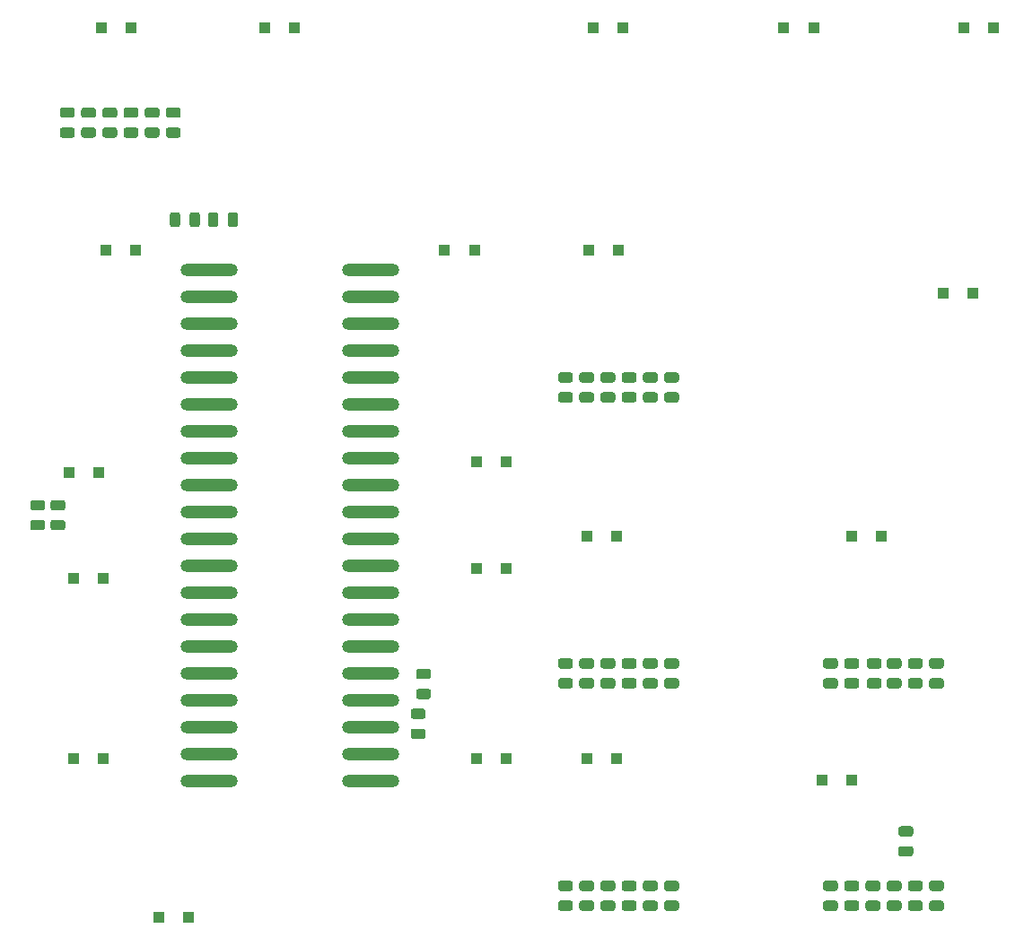
<source format=gbr>
G04 #@! TF.GenerationSoftware,KiCad,Pcbnew,(5.1.6)-1*
G04 #@! TF.CreationDate,2021-01-19T20:21:15+00:00*
G04 #@! TF.ProjectId,scope_user_interface,73636f70-655f-4757-9365-725f696e7465,rev?*
G04 #@! TF.SameCoordinates,Original*
G04 #@! TF.FileFunction,Paste,Bot*
G04 #@! TF.FilePolarity,Positive*
%FSLAX46Y46*%
G04 Gerber Fmt 4.6, Leading zero omitted, Abs format (unit mm)*
G04 Created by KiCad (PCBNEW (5.1.6)-1) date 2021-01-19 20:21:15*
%MOMM*%
%LPD*%
G01*
G04 APERTURE LIST*
%ADD10R,1.100000X1.100000*%
%ADD11O,5.400000X1.200000*%
G04 APERTURE END LIST*
G36*
G01*
X151456250Y-141487500D02*
X150543750Y-141487500D01*
G75*
G02*
X150300000Y-141243750I0J243750D01*
G01*
X150300000Y-140756250D01*
G75*
G02*
X150543750Y-140512500I243750J0D01*
G01*
X151456250Y-140512500D01*
G75*
G02*
X151700000Y-140756250I0J-243750D01*
G01*
X151700000Y-141243750D01*
G75*
G02*
X151456250Y-141487500I-243750J0D01*
G01*
G37*
G36*
G01*
X151456250Y-143362500D02*
X150543750Y-143362500D01*
G75*
G02*
X150300000Y-143118750I0J243750D01*
G01*
X150300000Y-142631250D01*
G75*
G02*
X150543750Y-142387500I243750J0D01*
G01*
X151456250Y-142387500D01*
G75*
G02*
X151700000Y-142631250I0J-243750D01*
G01*
X151700000Y-143118750D01*
G75*
G02*
X151456250Y-143362500I-243750J0D01*
G01*
G37*
G36*
G01*
X161456250Y-141487500D02*
X160543750Y-141487500D01*
G75*
G02*
X160300000Y-141243750I0J243750D01*
G01*
X160300000Y-140756250D01*
G75*
G02*
X160543750Y-140512500I243750J0D01*
G01*
X161456250Y-140512500D01*
G75*
G02*
X161700000Y-140756250I0J-243750D01*
G01*
X161700000Y-141243750D01*
G75*
G02*
X161456250Y-141487500I-243750J0D01*
G01*
G37*
G36*
G01*
X161456250Y-143362500D02*
X160543750Y-143362500D01*
G75*
G02*
X160300000Y-143118750I0J243750D01*
G01*
X160300000Y-142631250D01*
G75*
G02*
X160543750Y-142387500I243750J0D01*
G01*
X161456250Y-142387500D01*
G75*
G02*
X161700000Y-142631250I0J-243750D01*
G01*
X161700000Y-143118750D01*
G75*
G02*
X161456250Y-143362500I-243750J0D01*
G01*
G37*
D10*
X155800000Y-108000000D03*
X153000000Y-108000000D03*
X178000000Y-131000000D03*
X175200000Y-131000000D03*
G36*
G01*
X153456250Y-120487500D02*
X152543750Y-120487500D01*
G75*
G02*
X152300000Y-120243750I0J243750D01*
G01*
X152300000Y-119756250D01*
G75*
G02*
X152543750Y-119512500I243750J0D01*
G01*
X153456250Y-119512500D01*
G75*
G02*
X153700000Y-119756250I0J-243750D01*
G01*
X153700000Y-120243750D01*
G75*
G02*
X153456250Y-120487500I-243750J0D01*
G01*
G37*
G36*
G01*
X153456250Y-122362500D02*
X152543750Y-122362500D01*
G75*
G02*
X152300000Y-122118750I0J243750D01*
G01*
X152300000Y-121631250D01*
G75*
G02*
X152543750Y-121387500I243750J0D01*
G01*
X153456250Y-121387500D01*
G75*
G02*
X153700000Y-121631250I0J-243750D01*
G01*
X153700000Y-122118750D01*
G75*
G02*
X153456250Y-122362500I-243750J0D01*
G01*
G37*
G36*
G01*
X151456250Y-120487500D02*
X150543750Y-120487500D01*
G75*
G02*
X150300000Y-120243750I0J243750D01*
G01*
X150300000Y-119756250D01*
G75*
G02*
X150543750Y-119512500I243750J0D01*
G01*
X151456250Y-119512500D01*
G75*
G02*
X151700000Y-119756250I0J-243750D01*
G01*
X151700000Y-120243750D01*
G75*
G02*
X151456250Y-120487500I-243750J0D01*
G01*
G37*
G36*
G01*
X151456250Y-122362500D02*
X150543750Y-122362500D01*
G75*
G02*
X150300000Y-122118750I0J243750D01*
G01*
X150300000Y-121631250D01*
G75*
G02*
X150543750Y-121387500I243750J0D01*
G01*
X151456250Y-121387500D01*
G75*
G02*
X151700000Y-121631250I0J-243750D01*
G01*
X151700000Y-122118750D01*
G75*
G02*
X151456250Y-122362500I-243750J0D01*
G01*
G37*
G36*
G01*
X186456250Y-141487500D02*
X185543750Y-141487500D01*
G75*
G02*
X185300000Y-141243750I0J243750D01*
G01*
X185300000Y-140756250D01*
G75*
G02*
X185543750Y-140512500I243750J0D01*
G01*
X186456250Y-140512500D01*
G75*
G02*
X186700000Y-140756250I0J-243750D01*
G01*
X186700000Y-141243750D01*
G75*
G02*
X186456250Y-141487500I-243750J0D01*
G01*
G37*
G36*
G01*
X186456250Y-143362500D02*
X185543750Y-143362500D01*
G75*
G02*
X185300000Y-143118750I0J243750D01*
G01*
X185300000Y-142631250D01*
G75*
G02*
X185543750Y-142387500I243750J0D01*
G01*
X186456250Y-142387500D01*
G75*
G02*
X186700000Y-142631250I0J-243750D01*
G01*
X186700000Y-143118750D01*
G75*
G02*
X186456250Y-143362500I-243750J0D01*
G01*
G37*
G36*
G01*
X161456250Y-120487500D02*
X160543750Y-120487500D01*
G75*
G02*
X160300000Y-120243750I0J243750D01*
G01*
X160300000Y-119756250D01*
G75*
G02*
X160543750Y-119512500I243750J0D01*
G01*
X161456250Y-119512500D01*
G75*
G02*
X161700000Y-119756250I0J-243750D01*
G01*
X161700000Y-120243750D01*
G75*
G02*
X161456250Y-120487500I-243750J0D01*
G01*
G37*
G36*
G01*
X161456250Y-122362500D02*
X160543750Y-122362500D01*
G75*
G02*
X160300000Y-122118750I0J243750D01*
G01*
X160300000Y-121631250D01*
G75*
G02*
X160543750Y-121387500I243750J0D01*
G01*
X161456250Y-121387500D01*
G75*
G02*
X161700000Y-121631250I0J-243750D01*
G01*
X161700000Y-122118750D01*
G75*
G02*
X161456250Y-122362500I-243750J0D01*
G01*
G37*
G36*
G01*
X138056250Y-121487500D02*
X137143750Y-121487500D01*
G75*
G02*
X136900000Y-121243750I0J243750D01*
G01*
X136900000Y-120756250D01*
G75*
G02*
X137143750Y-120512500I243750J0D01*
G01*
X138056250Y-120512500D01*
G75*
G02*
X138300000Y-120756250I0J-243750D01*
G01*
X138300000Y-121243750D01*
G75*
G02*
X138056250Y-121487500I-243750J0D01*
G01*
G37*
G36*
G01*
X138056250Y-123362500D02*
X137143750Y-123362500D01*
G75*
G02*
X136900000Y-123118750I0J243750D01*
G01*
X136900000Y-122631250D01*
G75*
G02*
X137143750Y-122387500I243750J0D01*
G01*
X138056250Y-122387500D01*
G75*
G02*
X138300000Y-122631250I0J-243750D01*
G01*
X138300000Y-123118750D01*
G75*
G02*
X138056250Y-123362500I-243750J0D01*
G01*
G37*
G36*
G01*
X119150000Y-78556250D02*
X119150000Y-77643750D01*
G75*
G02*
X119393750Y-77400000I243750J0D01*
G01*
X119881250Y-77400000D01*
G75*
G02*
X120125000Y-77643750I0J-243750D01*
G01*
X120125000Y-78556250D01*
G75*
G02*
X119881250Y-78800000I-243750J0D01*
G01*
X119393750Y-78800000D01*
G75*
G02*
X119150000Y-78556250I0J243750D01*
G01*
G37*
G36*
G01*
X117275000Y-78556250D02*
X117275000Y-77643750D01*
G75*
G02*
X117518750Y-77400000I243750J0D01*
G01*
X118006250Y-77400000D01*
G75*
G02*
X118250000Y-77643750I0J-243750D01*
G01*
X118250000Y-78556250D01*
G75*
G02*
X118006250Y-78800000I-243750J0D01*
G01*
X117518750Y-78800000D01*
G75*
G02*
X117275000Y-78556250I0J243750D01*
G01*
G37*
G36*
G01*
X114650000Y-77643750D02*
X114650000Y-78556250D01*
G75*
G02*
X114406250Y-78800000I-243750J0D01*
G01*
X113918750Y-78800000D01*
G75*
G02*
X113675000Y-78556250I0J243750D01*
G01*
X113675000Y-77643750D01*
G75*
G02*
X113918750Y-77400000I243750J0D01*
G01*
X114406250Y-77400000D01*
G75*
G02*
X114650000Y-77643750I0J-243750D01*
G01*
G37*
G36*
G01*
X116525000Y-77643750D02*
X116525000Y-78556250D01*
G75*
G02*
X116281250Y-78800000I-243750J0D01*
G01*
X115793750Y-78800000D01*
G75*
G02*
X115550000Y-78556250I0J243750D01*
G01*
X115550000Y-77643750D01*
G75*
G02*
X115793750Y-77400000I243750J0D01*
G01*
X116281250Y-77400000D01*
G75*
G02*
X116525000Y-77643750I0J-243750D01*
G01*
G37*
G36*
G01*
X183556250Y-136350000D02*
X182643750Y-136350000D01*
G75*
G02*
X182400000Y-136106250I0J243750D01*
G01*
X182400000Y-135618750D01*
G75*
G02*
X182643750Y-135375000I243750J0D01*
G01*
X183556250Y-135375000D01*
G75*
G02*
X183800000Y-135618750I0J-243750D01*
G01*
X183800000Y-136106250D01*
G75*
G02*
X183556250Y-136350000I-243750J0D01*
G01*
G37*
G36*
G01*
X183556250Y-138225000D02*
X182643750Y-138225000D01*
G75*
G02*
X182400000Y-137981250I0J243750D01*
G01*
X182400000Y-137493750D01*
G75*
G02*
X182643750Y-137250000I243750J0D01*
G01*
X183556250Y-137250000D01*
G75*
G02*
X183800000Y-137493750I0J-243750D01*
G01*
X183800000Y-137981250D01*
G75*
G02*
X183556250Y-138225000I-243750J0D01*
G01*
G37*
X110000000Y-60000000D03*
X107200000Y-60000000D03*
X156000000Y-81000000D03*
X153200000Y-81000000D03*
G36*
G01*
X137556250Y-125250000D02*
X136643750Y-125250000D01*
G75*
G02*
X136400000Y-125006250I0J243750D01*
G01*
X136400000Y-124518750D01*
G75*
G02*
X136643750Y-124275000I243750J0D01*
G01*
X137556250Y-124275000D01*
G75*
G02*
X137800000Y-124518750I0J-243750D01*
G01*
X137800000Y-125006250D01*
G75*
G02*
X137556250Y-125250000I-243750J0D01*
G01*
G37*
G36*
G01*
X137556250Y-127125000D02*
X136643750Y-127125000D01*
G75*
G02*
X136400000Y-126881250I0J243750D01*
G01*
X136400000Y-126393750D01*
G75*
G02*
X136643750Y-126150000I243750J0D01*
G01*
X137556250Y-126150000D01*
G75*
G02*
X137800000Y-126393750I0J-243750D01*
G01*
X137800000Y-126881250D01*
G75*
G02*
X137556250Y-127125000I-243750J0D01*
G01*
G37*
X180800000Y-108000000D03*
X178000000Y-108000000D03*
G36*
G01*
X176456250Y-141487500D02*
X175543750Y-141487500D01*
G75*
G02*
X175300000Y-141243750I0J243750D01*
G01*
X175300000Y-140756250D01*
G75*
G02*
X175543750Y-140512500I243750J0D01*
G01*
X176456250Y-140512500D01*
G75*
G02*
X176700000Y-140756250I0J-243750D01*
G01*
X176700000Y-141243750D01*
G75*
G02*
X176456250Y-141487500I-243750J0D01*
G01*
G37*
G36*
G01*
X176456250Y-143362500D02*
X175543750Y-143362500D01*
G75*
G02*
X175300000Y-143118750I0J243750D01*
G01*
X175300000Y-142631250D01*
G75*
G02*
X175543750Y-142387500I243750J0D01*
G01*
X176456250Y-142387500D01*
G75*
G02*
X176700000Y-142631250I0J-243750D01*
G01*
X176700000Y-143118750D01*
G75*
G02*
X176456250Y-143362500I-243750J0D01*
G01*
G37*
G36*
G01*
X159456250Y-120487500D02*
X158543750Y-120487500D01*
G75*
G02*
X158300000Y-120243750I0J243750D01*
G01*
X158300000Y-119756250D01*
G75*
G02*
X158543750Y-119512500I243750J0D01*
G01*
X159456250Y-119512500D01*
G75*
G02*
X159700000Y-119756250I0J-243750D01*
G01*
X159700000Y-120243750D01*
G75*
G02*
X159456250Y-120487500I-243750J0D01*
G01*
G37*
G36*
G01*
X159456250Y-122362500D02*
X158543750Y-122362500D01*
G75*
G02*
X158300000Y-122118750I0J243750D01*
G01*
X158300000Y-121631250D01*
G75*
G02*
X158543750Y-121387500I243750J0D01*
G01*
X159456250Y-121387500D01*
G75*
G02*
X159700000Y-121631250I0J-243750D01*
G01*
X159700000Y-122118750D01*
G75*
G02*
X159456250Y-122362500I-243750J0D01*
G01*
G37*
G36*
G01*
X109543750Y-69387500D02*
X110456250Y-69387500D01*
G75*
G02*
X110700000Y-69631250I0J-243750D01*
G01*
X110700000Y-70118750D01*
G75*
G02*
X110456250Y-70362500I-243750J0D01*
G01*
X109543750Y-70362500D01*
G75*
G02*
X109300000Y-70118750I0J243750D01*
G01*
X109300000Y-69631250D01*
G75*
G02*
X109543750Y-69387500I243750J0D01*
G01*
G37*
G36*
G01*
X109543750Y-67512500D02*
X110456250Y-67512500D01*
G75*
G02*
X110700000Y-67756250I0J-243750D01*
G01*
X110700000Y-68243750D01*
G75*
G02*
X110456250Y-68487500I-243750J0D01*
G01*
X109543750Y-68487500D01*
G75*
G02*
X109300000Y-68243750I0J243750D01*
G01*
X109300000Y-67756250D01*
G75*
G02*
X109543750Y-67512500I243750J0D01*
G01*
G37*
G36*
G01*
X179543750Y-142387500D02*
X180456250Y-142387500D01*
G75*
G02*
X180700000Y-142631250I0J-243750D01*
G01*
X180700000Y-143118750D01*
G75*
G02*
X180456250Y-143362500I-243750J0D01*
G01*
X179543750Y-143362500D01*
G75*
G02*
X179300000Y-143118750I0J243750D01*
G01*
X179300000Y-142631250D01*
G75*
G02*
X179543750Y-142387500I243750J0D01*
G01*
G37*
G36*
G01*
X179543750Y-140512500D02*
X180456250Y-140512500D01*
G75*
G02*
X180700000Y-140756250I0J-243750D01*
G01*
X180700000Y-141243750D01*
G75*
G02*
X180456250Y-141487500I-243750J0D01*
G01*
X179543750Y-141487500D01*
G75*
G02*
X179300000Y-141243750I0J243750D01*
G01*
X179300000Y-140756250D01*
G75*
G02*
X179543750Y-140512500I243750J0D01*
G01*
G37*
G36*
G01*
X181543750Y-121387500D02*
X182456250Y-121387500D01*
G75*
G02*
X182700000Y-121631250I0J-243750D01*
G01*
X182700000Y-122118750D01*
G75*
G02*
X182456250Y-122362500I-243750J0D01*
G01*
X181543750Y-122362500D01*
G75*
G02*
X181300000Y-122118750I0J243750D01*
G01*
X181300000Y-121631250D01*
G75*
G02*
X181543750Y-121387500I243750J0D01*
G01*
G37*
G36*
G01*
X181543750Y-119512500D02*
X182456250Y-119512500D01*
G75*
G02*
X182700000Y-119756250I0J-243750D01*
G01*
X182700000Y-120243750D01*
G75*
G02*
X182456250Y-120487500I-243750J0D01*
G01*
X181543750Y-120487500D01*
G75*
G02*
X181300000Y-120243750I0J243750D01*
G01*
X181300000Y-119756250D01*
G75*
G02*
X181543750Y-119512500I243750J0D01*
G01*
G37*
G36*
G01*
X181543750Y-142387500D02*
X182456250Y-142387500D01*
G75*
G02*
X182700000Y-142631250I0J-243750D01*
G01*
X182700000Y-143118750D01*
G75*
G02*
X182456250Y-143362500I-243750J0D01*
G01*
X181543750Y-143362500D01*
G75*
G02*
X181300000Y-143118750I0J243750D01*
G01*
X181300000Y-142631250D01*
G75*
G02*
X181543750Y-142387500I243750J0D01*
G01*
G37*
G36*
G01*
X181543750Y-140512500D02*
X182456250Y-140512500D01*
G75*
G02*
X182700000Y-140756250I0J-243750D01*
G01*
X182700000Y-141243750D01*
G75*
G02*
X182456250Y-141487500I-243750J0D01*
G01*
X181543750Y-141487500D01*
G75*
G02*
X181300000Y-141243750I0J243750D01*
G01*
X181300000Y-140756250D01*
G75*
G02*
X181543750Y-140512500I243750J0D01*
G01*
G37*
G36*
G01*
X154543750Y-142387500D02*
X155456250Y-142387500D01*
G75*
G02*
X155700000Y-142631250I0J-243750D01*
G01*
X155700000Y-143118750D01*
G75*
G02*
X155456250Y-143362500I-243750J0D01*
G01*
X154543750Y-143362500D01*
G75*
G02*
X154300000Y-143118750I0J243750D01*
G01*
X154300000Y-142631250D01*
G75*
G02*
X154543750Y-142387500I243750J0D01*
G01*
G37*
G36*
G01*
X154543750Y-140512500D02*
X155456250Y-140512500D01*
G75*
G02*
X155700000Y-140756250I0J-243750D01*
G01*
X155700000Y-141243750D01*
G75*
G02*
X155456250Y-141487500I-243750J0D01*
G01*
X154543750Y-141487500D01*
G75*
G02*
X154300000Y-141243750I0J243750D01*
G01*
X154300000Y-140756250D01*
G75*
G02*
X154543750Y-140512500I243750J0D01*
G01*
G37*
G36*
G01*
X156543750Y-121387500D02*
X157456250Y-121387500D01*
G75*
G02*
X157700000Y-121631250I0J-243750D01*
G01*
X157700000Y-122118750D01*
G75*
G02*
X157456250Y-122362500I-243750J0D01*
G01*
X156543750Y-122362500D01*
G75*
G02*
X156300000Y-122118750I0J243750D01*
G01*
X156300000Y-121631250D01*
G75*
G02*
X156543750Y-121387500I243750J0D01*
G01*
G37*
G36*
G01*
X156543750Y-119512500D02*
X157456250Y-119512500D01*
G75*
G02*
X157700000Y-119756250I0J-243750D01*
G01*
X157700000Y-120243750D01*
G75*
G02*
X157456250Y-120487500I-243750J0D01*
G01*
X156543750Y-120487500D01*
G75*
G02*
X156300000Y-120243750I0J243750D01*
G01*
X156300000Y-119756250D01*
G75*
G02*
X156543750Y-119512500I243750J0D01*
G01*
G37*
G36*
G01*
X156543750Y-94387500D02*
X157456250Y-94387500D01*
G75*
G02*
X157700000Y-94631250I0J-243750D01*
G01*
X157700000Y-95118750D01*
G75*
G02*
X157456250Y-95362500I-243750J0D01*
G01*
X156543750Y-95362500D01*
G75*
G02*
X156300000Y-95118750I0J243750D01*
G01*
X156300000Y-94631250D01*
G75*
G02*
X156543750Y-94387500I243750J0D01*
G01*
G37*
G36*
G01*
X156543750Y-92512500D02*
X157456250Y-92512500D01*
G75*
G02*
X157700000Y-92756250I0J-243750D01*
G01*
X157700000Y-93243750D01*
G75*
G02*
X157456250Y-93487500I-243750J0D01*
G01*
X156543750Y-93487500D01*
G75*
G02*
X156300000Y-93243750I0J243750D01*
G01*
X156300000Y-92756250D01*
G75*
G02*
X156543750Y-92512500I243750J0D01*
G01*
G37*
G36*
G01*
X156543750Y-142387500D02*
X157456250Y-142387500D01*
G75*
G02*
X157700000Y-142631250I0J-243750D01*
G01*
X157700000Y-143118750D01*
G75*
G02*
X157456250Y-143362500I-243750J0D01*
G01*
X156543750Y-143362500D01*
G75*
G02*
X156300000Y-143118750I0J243750D01*
G01*
X156300000Y-142631250D01*
G75*
G02*
X156543750Y-142387500I243750J0D01*
G01*
G37*
G36*
G01*
X156543750Y-140512500D02*
X157456250Y-140512500D01*
G75*
G02*
X157700000Y-140756250I0J-243750D01*
G01*
X157700000Y-141243750D01*
G75*
G02*
X157456250Y-141487500I-243750J0D01*
G01*
X156543750Y-141487500D01*
G75*
G02*
X156300000Y-141243750I0J243750D01*
G01*
X156300000Y-140756250D01*
G75*
G02*
X156543750Y-140512500I243750J0D01*
G01*
G37*
G36*
G01*
X154543750Y-121387500D02*
X155456250Y-121387500D01*
G75*
G02*
X155700000Y-121631250I0J-243750D01*
G01*
X155700000Y-122118750D01*
G75*
G02*
X155456250Y-122362500I-243750J0D01*
G01*
X154543750Y-122362500D01*
G75*
G02*
X154300000Y-122118750I0J243750D01*
G01*
X154300000Y-121631250D01*
G75*
G02*
X154543750Y-121387500I243750J0D01*
G01*
G37*
G36*
G01*
X154543750Y-119512500D02*
X155456250Y-119512500D01*
G75*
G02*
X155700000Y-119756250I0J-243750D01*
G01*
X155700000Y-120243750D01*
G75*
G02*
X155456250Y-120487500I-243750J0D01*
G01*
X154543750Y-120487500D01*
G75*
G02*
X154300000Y-120243750I0J243750D01*
G01*
X154300000Y-119756250D01*
G75*
G02*
X154543750Y-119512500I243750J0D01*
G01*
G37*
G36*
G01*
X101656250Y-105550000D02*
X100743750Y-105550000D01*
G75*
G02*
X100500000Y-105306250I0J243750D01*
G01*
X100500000Y-104818750D01*
G75*
G02*
X100743750Y-104575000I243750J0D01*
G01*
X101656250Y-104575000D01*
G75*
G02*
X101900000Y-104818750I0J-243750D01*
G01*
X101900000Y-105306250D01*
G75*
G02*
X101656250Y-105550000I-243750J0D01*
G01*
G37*
G36*
G01*
X101656250Y-107425000D02*
X100743750Y-107425000D01*
G75*
G02*
X100500000Y-107181250I0J243750D01*
G01*
X100500000Y-106693750D01*
G75*
G02*
X100743750Y-106450000I243750J0D01*
G01*
X101656250Y-106450000D01*
G75*
G02*
X101900000Y-106693750I0J-243750D01*
G01*
X101900000Y-107181250D01*
G75*
G02*
X101656250Y-107425000I-243750J0D01*
G01*
G37*
G36*
G01*
X103556250Y-105550000D02*
X102643750Y-105550000D01*
G75*
G02*
X102400000Y-105306250I0J243750D01*
G01*
X102400000Y-104818750D01*
G75*
G02*
X102643750Y-104575000I243750J0D01*
G01*
X103556250Y-104575000D01*
G75*
G02*
X103800000Y-104818750I0J-243750D01*
G01*
X103800000Y-105306250D01*
G75*
G02*
X103556250Y-105550000I-243750J0D01*
G01*
G37*
G36*
G01*
X103556250Y-107425000D02*
X102643750Y-107425000D01*
G75*
G02*
X102400000Y-107181250I0J243750D01*
G01*
X102400000Y-106693750D01*
G75*
G02*
X102643750Y-106450000I243750J0D01*
G01*
X103556250Y-106450000D01*
G75*
G02*
X103800000Y-106693750I0J-243750D01*
G01*
X103800000Y-107181250D01*
G75*
G02*
X103556250Y-107425000I-243750J0D01*
G01*
G37*
D11*
X132620000Y-131130000D03*
X132620000Y-128590000D03*
X132620000Y-126050000D03*
X132620000Y-123510000D03*
X132620000Y-120970000D03*
X132620000Y-118430000D03*
X132620000Y-115890000D03*
X132620000Y-113350000D03*
X132620000Y-110810000D03*
X132620000Y-108270000D03*
X132620000Y-105730000D03*
X132620000Y-103190000D03*
X132620000Y-100650000D03*
X132620000Y-98110000D03*
X132620000Y-95570000D03*
X132620000Y-93030000D03*
X132620000Y-90490000D03*
X132620000Y-87950000D03*
X132620000Y-85410000D03*
X132620000Y-82870000D03*
X117380000Y-82870000D03*
X117380000Y-85410000D03*
X117380000Y-87950000D03*
X117380000Y-90490000D03*
X117380000Y-93030000D03*
X117380000Y-95570000D03*
X117380000Y-98110000D03*
X117380000Y-100650000D03*
X117380000Y-103190000D03*
X117380000Y-105730000D03*
X117380000Y-108270000D03*
X117380000Y-110810000D03*
X117380000Y-113350000D03*
X117380000Y-115890000D03*
X117380000Y-118430000D03*
X117380000Y-120970000D03*
X117380000Y-123510000D03*
X117380000Y-126050000D03*
X117380000Y-128590000D03*
X117380000Y-131130000D03*
G36*
G01*
X178456250Y-120487500D02*
X177543750Y-120487500D01*
G75*
G02*
X177300000Y-120243750I0J243750D01*
G01*
X177300000Y-119756250D01*
G75*
G02*
X177543750Y-119512500I243750J0D01*
G01*
X178456250Y-119512500D01*
G75*
G02*
X178700000Y-119756250I0J-243750D01*
G01*
X178700000Y-120243750D01*
G75*
G02*
X178456250Y-120487500I-243750J0D01*
G01*
G37*
G36*
G01*
X178456250Y-122362500D02*
X177543750Y-122362500D01*
G75*
G02*
X177300000Y-122118750I0J243750D01*
G01*
X177300000Y-121631250D01*
G75*
G02*
X177543750Y-121387500I243750J0D01*
G01*
X178456250Y-121387500D01*
G75*
G02*
X178700000Y-121631250I0J-243750D01*
G01*
X178700000Y-122118750D01*
G75*
G02*
X178456250Y-122362500I-243750J0D01*
G01*
G37*
G36*
G01*
X186456250Y-120487500D02*
X185543750Y-120487500D01*
G75*
G02*
X185300000Y-120243750I0J243750D01*
G01*
X185300000Y-119756250D01*
G75*
G02*
X185543750Y-119512500I243750J0D01*
G01*
X186456250Y-119512500D01*
G75*
G02*
X186700000Y-119756250I0J-243750D01*
G01*
X186700000Y-120243750D01*
G75*
G02*
X186456250Y-120487500I-243750J0D01*
G01*
G37*
G36*
G01*
X186456250Y-122362500D02*
X185543750Y-122362500D01*
G75*
G02*
X185300000Y-122118750I0J243750D01*
G01*
X185300000Y-121631250D01*
G75*
G02*
X185543750Y-121387500I243750J0D01*
G01*
X186456250Y-121387500D01*
G75*
G02*
X186700000Y-121631250I0J-243750D01*
G01*
X186700000Y-122118750D01*
G75*
G02*
X186456250Y-122362500I-243750J0D01*
G01*
G37*
G36*
G01*
X114456250Y-68487500D02*
X113543750Y-68487500D01*
G75*
G02*
X113300000Y-68243750I0J243750D01*
G01*
X113300000Y-67756250D01*
G75*
G02*
X113543750Y-67512500I243750J0D01*
G01*
X114456250Y-67512500D01*
G75*
G02*
X114700000Y-67756250I0J-243750D01*
G01*
X114700000Y-68243750D01*
G75*
G02*
X114456250Y-68487500I-243750J0D01*
G01*
G37*
G36*
G01*
X114456250Y-70362500D02*
X113543750Y-70362500D01*
G75*
G02*
X113300000Y-70118750I0J243750D01*
G01*
X113300000Y-69631250D01*
G75*
G02*
X113543750Y-69387500I243750J0D01*
G01*
X114456250Y-69387500D01*
G75*
G02*
X114700000Y-69631250I0J-243750D01*
G01*
X114700000Y-70118750D01*
G75*
G02*
X114456250Y-70362500I-243750J0D01*
G01*
G37*
G36*
G01*
X178456250Y-141487500D02*
X177543750Y-141487500D01*
G75*
G02*
X177300000Y-141243750I0J243750D01*
G01*
X177300000Y-140756250D01*
G75*
G02*
X177543750Y-140512500I243750J0D01*
G01*
X178456250Y-140512500D01*
G75*
G02*
X178700000Y-140756250I0J-243750D01*
G01*
X178700000Y-141243750D01*
G75*
G02*
X178456250Y-141487500I-243750J0D01*
G01*
G37*
G36*
G01*
X178456250Y-143362500D02*
X177543750Y-143362500D01*
G75*
G02*
X177300000Y-143118750I0J243750D01*
G01*
X177300000Y-142631250D01*
G75*
G02*
X177543750Y-142387500I243750J0D01*
G01*
X178456250Y-142387500D01*
G75*
G02*
X178700000Y-142631250I0J-243750D01*
G01*
X178700000Y-143118750D01*
G75*
G02*
X178456250Y-143362500I-243750J0D01*
G01*
G37*
G36*
G01*
X159456250Y-141487500D02*
X158543750Y-141487500D01*
G75*
G02*
X158300000Y-141243750I0J243750D01*
G01*
X158300000Y-140756250D01*
G75*
G02*
X158543750Y-140512500I243750J0D01*
G01*
X159456250Y-140512500D01*
G75*
G02*
X159700000Y-140756250I0J-243750D01*
G01*
X159700000Y-141243750D01*
G75*
G02*
X159456250Y-141487500I-243750J0D01*
G01*
G37*
G36*
G01*
X159456250Y-143362500D02*
X158543750Y-143362500D01*
G75*
G02*
X158300000Y-143118750I0J243750D01*
G01*
X158300000Y-142631250D01*
G75*
G02*
X158543750Y-142387500I243750J0D01*
G01*
X159456250Y-142387500D01*
G75*
G02*
X159700000Y-142631250I0J-243750D01*
G01*
X159700000Y-143118750D01*
G75*
G02*
X159456250Y-143362500I-243750J0D01*
G01*
G37*
G36*
G01*
X159456250Y-93487500D02*
X158543750Y-93487500D01*
G75*
G02*
X158300000Y-93243750I0J243750D01*
G01*
X158300000Y-92756250D01*
G75*
G02*
X158543750Y-92512500I243750J0D01*
G01*
X159456250Y-92512500D01*
G75*
G02*
X159700000Y-92756250I0J-243750D01*
G01*
X159700000Y-93243750D01*
G75*
G02*
X159456250Y-93487500I-243750J0D01*
G01*
G37*
G36*
G01*
X159456250Y-95362500D02*
X158543750Y-95362500D01*
G75*
G02*
X158300000Y-95118750I0J243750D01*
G01*
X158300000Y-94631250D01*
G75*
G02*
X158543750Y-94387500I243750J0D01*
G01*
X159456250Y-94387500D01*
G75*
G02*
X159700000Y-94631250I0J-243750D01*
G01*
X159700000Y-95118750D01*
G75*
G02*
X159456250Y-95362500I-243750J0D01*
G01*
G37*
G36*
G01*
X184456250Y-120487500D02*
X183543750Y-120487500D01*
G75*
G02*
X183300000Y-120243750I0J243750D01*
G01*
X183300000Y-119756250D01*
G75*
G02*
X183543750Y-119512500I243750J0D01*
G01*
X184456250Y-119512500D01*
G75*
G02*
X184700000Y-119756250I0J-243750D01*
G01*
X184700000Y-120243750D01*
G75*
G02*
X184456250Y-120487500I-243750J0D01*
G01*
G37*
G36*
G01*
X184456250Y-122362500D02*
X183543750Y-122362500D01*
G75*
G02*
X183300000Y-122118750I0J243750D01*
G01*
X183300000Y-121631250D01*
G75*
G02*
X183543750Y-121387500I243750J0D01*
G01*
X184456250Y-121387500D01*
G75*
G02*
X184700000Y-121631250I0J-243750D01*
G01*
X184700000Y-122118750D01*
G75*
G02*
X184456250Y-122362500I-243750J0D01*
G01*
G37*
G36*
G01*
X112456250Y-68487500D02*
X111543750Y-68487500D01*
G75*
G02*
X111300000Y-68243750I0J243750D01*
G01*
X111300000Y-67756250D01*
G75*
G02*
X111543750Y-67512500I243750J0D01*
G01*
X112456250Y-67512500D01*
G75*
G02*
X112700000Y-67756250I0J-243750D01*
G01*
X112700000Y-68243750D01*
G75*
G02*
X112456250Y-68487500I-243750J0D01*
G01*
G37*
G36*
G01*
X112456250Y-70362500D02*
X111543750Y-70362500D01*
G75*
G02*
X111300000Y-70118750I0J243750D01*
G01*
X111300000Y-69631250D01*
G75*
G02*
X111543750Y-69387500I243750J0D01*
G01*
X112456250Y-69387500D01*
G75*
G02*
X112700000Y-69631250I0J-243750D01*
G01*
X112700000Y-70118750D01*
G75*
G02*
X112456250Y-70362500I-243750J0D01*
G01*
G37*
G36*
G01*
X161456250Y-93487500D02*
X160543750Y-93487500D01*
G75*
G02*
X160300000Y-93243750I0J243750D01*
G01*
X160300000Y-92756250D01*
G75*
G02*
X160543750Y-92512500I243750J0D01*
G01*
X161456250Y-92512500D01*
G75*
G02*
X161700000Y-92756250I0J-243750D01*
G01*
X161700000Y-93243750D01*
G75*
G02*
X161456250Y-93487500I-243750J0D01*
G01*
G37*
G36*
G01*
X161456250Y-95362500D02*
X160543750Y-95362500D01*
G75*
G02*
X160300000Y-95118750I0J243750D01*
G01*
X160300000Y-94631250D01*
G75*
G02*
X160543750Y-94387500I243750J0D01*
G01*
X161456250Y-94387500D01*
G75*
G02*
X161700000Y-94631250I0J-243750D01*
G01*
X161700000Y-95118750D01*
G75*
G02*
X161456250Y-95362500I-243750J0D01*
G01*
G37*
G36*
G01*
X184456250Y-141487500D02*
X183543750Y-141487500D01*
G75*
G02*
X183300000Y-141243750I0J243750D01*
G01*
X183300000Y-140756250D01*
G75*
G02*
X183543750Y-140512500I243750J0D01*
G01*
X184456250Y-140512500D01*
G75*
G02*
X184700000Y-140756250I0J-243750D01*
G01*
X184700000Y-141243750D01*
G75*
G02*
X184456250Y-141487500I-243750J0D01*
G01*
G37*
G36*
G01*
X184456250Y-143362500D02*
X183543750Y-143362500D01*
G75*
G02*
X183300000Y-143118750I0J243750D01*
G01*
X183300000Y-142631250D01*
G75*
G02*
X183543750Y-142387500I243750J0D01*
G01*
X184456250Y-142387500D01*
G75*
G02*
X184700000Y-142631250I0J-243750D01*
G01*
X184700000Y-143118750D01*
G75*
G02*
X184456250Y-143362500I-243750J0D01*
G01*
G37*
G36*
G01*
X106456250Y-68487500D02*
X105543750Y-68487500D01*
G75*
G02*
X105300000Y-68243750I0J243750D01*
G01*
X105300000Y-67756250D01*
G75*
G02*
X105543750Y-67512500I243750J0D01*
G01*
X106456250Y-67512500D01*
G75*
G02*
X106700000Y-67756250I0J-243750D01*
G01*
X106700000Y-68243750D01*
G75*
G02*
X106456250Y-68487500I-243750J0D01*
G01*
G37*
G36*
G01*
X106456250Y-70362500D02*
X105543750Y-70362500D01*
G75*
G02*
X105300000Y-70118750I0J243750D01*
G01*
X105300000Y-69631250D01*
G75*
G02*
X105543750Y-69387500I243750J0D01*
G01*
X106456250Y-69387500D01*
G75*
G02*
X106700000Y-69631250I0J-243750D01*
G01*
X106700000Y-70118750D01*
G75*
G02*
X106456250Y-70362500I-243750J0D01*
G01*
G37*
G36*
G01*
X151456250Y-93487500D02*
X150543750Y-93487500D01*
G75*
G02*
X150300000Y-93243750I0J243750D01*
G01*
X150300000Y-92756250D01*
G75*
G02*
X150543750Y-92512500I243750J0D01*
G01*
X151456250Y-92512500D01*
G75*
G02*
X151700000Y-92756250I0J-243750D01*
G01*
X151700000Y-93243750D01*
G75*
G02*
X151456250Y-93487500I-243750J0D01*
G01*
G37*
G36*
G01*
X151456250Y-95362500D02*
X150543750Y-95362500D01*
G75*
G02*
X150300000Y-95118750I0J243750D01*
G01*
X150300000Y-94631250D01*
G75*
G02*
X150543750Y-94387500I243750J0D01*
G01*
X151456250Y-94387500D01*
G75*
G02*
X151700000Y-94631250I0J-243750D01*
G01*
X151700000Y-95118750D01*
G75*
G02*
X151456250Y-95362500I-243750J0D01*
G01*
G37*
G36*
G01*
X104456250Y-68487500D02*
X103543750Y-68487500D01*
G75*
G02*
X103300000Y-68243750I0J243750D01*
G01*
X103300000Y-67756250D01*
G75*
G02*
X103543750Y-67512500I243750J0D01*
G01*
X104456250Y-67512500D01*
G75*
G02*
X104700000Y-67756250I0J-243750D01*
G01*
X104700000Y-68243750D01*
G75*
G02*
X104456250Y-68487500I-243750J0D01*
G01*
G37*
G36*
G01*
X104456250Y-70362500D02*
X103543750Y-70362500D01*
G75*
G02*
X103300000Y-70118750I0J243750D01*
G01*
X103300000Y-69631250D01*
G75*
G02*
X103543750Y-69387500I243750J0D01*
G01*
X104456250Y-69387500D01*
G75*
G02*
X104700000Y-69631250I0J-243750D01*
G01*
X104700000Y-70118750D01*
G75*
G02*
X104456250Y-70362500I-243750J0D01*
G01*
G37*
G36*
G01*
X153456250Y-141487500D02*
X152543750Y-141487500D01*
G75*
G02*
X152300000Y-141243750I0J243750D01*
G01*
X152300000Y-140756250D01*
G75*
G02*
X152543750Y-140512500I243750J0D01*
G01*
X153456250Y-140512500D01*
G75*
G02*
X153700000Y-140756250I0J-243750D01*
G01*
X153700000Y-141243750D01*
G75*
G02*
X153456250Y-141487500I-243750J0D01*
G01*
G37*
G36*
G01*
X153456250Y-143362500D02*
X152543750Y-143362500D01*
G75*
G02*
X152300000Y-143118750I0J243750D01*
G01*
X152300000Y-142631250D01*
G75*
G02*
X152543750Y-142387500I243750J0D01*
G01*
X153456250Y-142387500D01*
G75*
G02*
X153700000Y-142631250I0J-243750D01*
G01*
X153700000Y-143118750D01*
G75*
G02*
X153456250Y-143362500I-243750J0D01*
G01*
G37*
G36*
G01*
X153456250Y-93487500D02*
X152543750Y-93487500D01*
G75*
G02*
X152300000Y-93243750I0J243750D01*
G01*
X152300000Y-92756250D01*
G75*
G02*
X152543750Y-92512500I243750J0D01*
G01*
X153456250Y-92512500D01*
G75*
G02*
X153700000Y-92756250I0J-243750D01*
G01*
X153700000Y-93243750D01*
G75*
G02*
X153456250Y-93487500I-243750J0D01*
G01*
G37*
G36*
G01*
X153456250Y-95362500D02*
X152543750Y-95362500D01*
G75*
G02*
X152300000Y-95118750I0J243750D01*
G01*
X152300000Y-94631250D01*
G75*
G02*
X152543750Y-94387500I243750J0D01*
G01*
X153456250Y-94387500D01*
G75*
G02*
X153700000Y-94631250I0J-243750D01*
G01*
X153700000Y-95118750D01*
G75*
G02*
X153456250Y-95362500I-243750J0D01*
G01*
G37*
G36*
G01*
X176456250Y-120487500D02*
X175543750Y-120487500D01*
G75*
G02*
X175300000Y-120243750I0J243750D01*
G01*
X175300000Y-119756250D01*
G75*
G02*
X175543750Y-119512500I243750J0D01*
G01*
X176456250Y-119512500D01*
G75*
G02*
X176700000Y-119756250I0J-243750D01*
G01*
X176700000Y-120243750D01*
G75*
G02*
X176456250Y-120487500I-243750J0D01*
G01*
G37*
G36*
G01*
X176456250Y-122362500D02*
X175543750Y-122362500D01*
G75*
G02*
X175300000Y-122118750I0J243750D01*
G01*
X175300000Y-121631250D01*
G75*
G02*
X175543750Y-121387500I243750J0D01*
G01*
X176456250Y-121387500D01*
G75*
G02*
X176700000Y-121631250I0J-243750D01*
G01*
X176700000Y-122118750D01*
G75*
G02*
X176456250Y-122362500I-243750J0D01*
G01*
G37*
D10*
X142600000Y-101000000D03*
X145400000Y-101000000D03*
X142600000Y-129000000D03*
X145400000Y-129000000D03*
X139600000Y-81000000D03*
X142400000Y-81000000D03*
G36*
G01*
X107543750Y-69387500D02*
X108456250Y-69387500D01*
G75*
G02*
X108700000Y-69631250I0J-243750D01*
G01*
X108700000Y-70118750D01*
G75*
G02*
X108456250Y-70362500I-243750J0D01*
G01*
X107543750Y-70362500D01*
G75*
G02*
X107300000Y-70118750I0J243750D01*
G01*
X107300000Y-69631250D01*
G75*
G02*
X107543750Y-69387500I243750J0D01*
G01*
G37*
G36*
G01*
X107543750Y-67512500D02*
X108456250Y-67512500D01*
G75*
G02*
X108700000Y-67756250I0J-243750D01*
G01*
X108700000Y-68243750D01*
G75*
G02*
X108456250Y-68487500I-243750J0D01*
G01*
X107543750Y-68487500D01*
G75*
G02*
X107300000Y-68243750I0J243750D01*
G01*
X107300000Y-67756250D01*
G75*
G02*
X107543750Y-67512500I243750J0D01*
G01*
G37*
X174400000Y-60000000D03*
X171600000Y-60000000D03*
X107400000Y-112000000D03*
X104600000Y-112000000D03*
X155800000Y-129000000D03*
X153000000Y-129000000D03*
X110400000Y-81000000D03*
X107600000Y-81000000D03*
G36*
G01*
X154543750Y-94387500D02*
X155456250Y-94387500D01*
G75*
G02*
X155700000Y-94631250I0J-243750D01*
G01*
X155700000Y-95118750D01*
G75*
G02*
X155456250Y-95362500I-243750J0D01*
G01*
X154543750Y-95362500D01*
G75*
G02*
X154300000Y-95118750I0J243750D01*
G01*
X154300000Y-94631250D01*
G75*
G02*
X154543750Y-94387500I243750J0D01*
G01*
G37*
G36*
G01*
X154543750Y-92512500D02*
X155456250Y-92512500D01*
G75*
G02*
X155700000Y-92756250I0J-243750D01*
G01*
X155700000Y-93243750D01*
G75*
G02*
X155456250Y-93487500I-243750J0D01*
G01*
X154543750Y-93487500D01*
G75*
G02*
X154300000Y-93243750I0J243750D01*
G01*
X154300000Y-92756250D01*
G75*
G02*
X154543750Y-92512500I243750J0D01*
G01*
G37*
X107400000Y-129000000D03*
X104600000Y-129000000D03*
X189400000Y-85000000D03*
X186600000Y-85000000D03*
X142600000Y-111000000D03*
X145400000Y-111000000D03*
X115400000Y-144000000D03*
X112600000Y-144000000D03*
X107000000Y-102000000D03*
X104200000Y-102000000D03*
G36*
G01*
X179668750Y-121387500D02*
X180581250Y-121387500D01*
G75*
G02*
X180825000Y-121631250I0J-243750D01*
G01*
X180825000Y-122118750D01*
G75*
G02*
X180581250Y-122362500I-243750J0D01*
G01*
X179668750Y-122362500D01*
G75*
G02*
X179425000Y-122118750I0J243750D01*
G01*
X179425000Y-121631250D01*
G75*
G02*
X179668750Y-121387500I243750J0D01*
G01*
G37*
G36*
G01*
X179668750Y-119512500D02*
X180581250Y-119512500D01*
G75*
G02*
X180825000Y-119756250I0J-243750D01*
G01*
X180825000Y-120243750D01*
G75*
G02*
X180581250Y-120487500I-243750J0D01*
G01*
X179668750Y-120487500D01*
G75*
G02*
X179425000Y-120243750I0J243750D01*
G01*
X179425000Y-119756250D01*
G75*
G02*
X179668750Y-119512500I243750J0D01*
G01*
G37*
X153600000Y-60000000D03*
X156400000Y-60000000D03*
X191400000Y-60000000D03*
X188600000Y-60000000D03*
X122600000Y-60000000D03*
X125400000Y-60000000D03*
M02*

</source>
